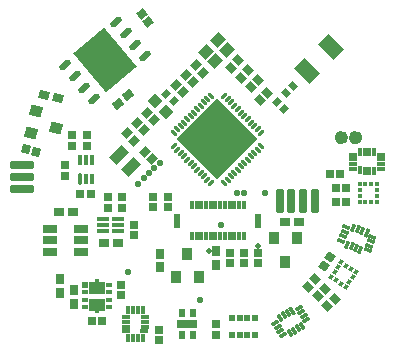
<source format=gts>
G04*
G04 #@! TF.GenerationSoftware,Altium Limited,Altium Designer,20.1.7 (139)*
G04*
G04 Layer_Color=8388736*
%FSLAX44Y44*%
%MOMM*%
G71*
G04*
G04 #@! TF.SameCoordinates,99CDB543-8891-4245-8F14-29871282C811*
G04*
G04*
G04 #@! TF.FilePolarity,Negative*
G04*
G01*
G75*
%ADD68C,0.6096*%
%ADD69R,0.7400X0.7000*%
%ADD70R,0.7000X0.8000*%
%ADD71R,0.8000X0.7000*%
G04:AMPARAMS|DCode=72|XSize=4.3mm|YSize=3.4mm|CornerRadius=0mm|HoleSize=0mm|Usage=FLASHONLY|Rotation=130.000|XOffset=0mm|YOffset=0mm|HoleType=Round|Shape=Rectangle|*
%AMROTATEDRECTD72*
4,1,4,2.6843,-0.5543,0.0797,-2.7397,-2.6843,0.5543,-0.0797,2.7397,2.6843,-0.5543,0.0*
%
%ADD72ROTATEDRECTD72*%

G04:AMPARAMS|DCode=73|XSize=0.55mm|YSize=1.15mm|CornerRadius=0mm|HoleSize=0mm|Usage=FLASHONLY|Rotation=130.000|XOffset=0mm|YOffset=0mm|HoleType=Round|Shape=Round|*
%AMOVALD73*
21,1,0.6000,0.5500,0.0000,0.0000,220.0*
1,1,0.5500,0.2298,0.1928*
1,1,0.5500,-0.2298,-0.1928*
%
%ADD73OVALD73*%

%ADD74R,0.4000X0.9500*%
G04:AMPARAMS|DCode=75|XSize=0.95mm|YSize=0.4mm|CornerRadius=0mm|HoleSize=0mm|Usage=FLASHONLY|Rotation=90.000|XOffset=0mm|YOffset=0mm|HoleType=Round|Shape=Octagon|*
%AMOCTAGOND75*
4,1,8,0.1000,0.4750,-0.1000,0.4750,-0.2000,0.3750,-0.2000,-0.3750,-0.1000,-0.4750,0.1000,-0.4750,0.2000,-0.3750,0.2000,0.3750,0.1000,0.4750,0.0*
%
%ADD75OCTAGOND75*%

G04:AMPARAMS|DCode=76|XSize=0.6mm|YSize=2.1mm|CornerRadius=0mm|HoleSize=0mm|Usage=FLASHONLY|Rotation=270.000|XOffset=0mm|YOffset=0mm|HoleType=Round|Shape=Octagon|*
%AMOCTAGOND76*
4,1,8,1.0500,0.1500,1.0500,-0.1500,0.9000,-0.3000,-0.9000,-0.3000,-1.0500,-0.1500,-1.0500,0.1500,-0.9000,0.3000,0.9000,0.3000,1.0500,0.1500,0.0*
%
%ADD76OCTAGOND76*%

G04:AMPARAMS|DCode=77|XSize=0.6mm|YSize=2.1mm|CornerRadius=0mm|HoleSize=0mm|Usage=FLASHONLY|Rotation=0.000|XOffset=0mm|YOffset=0mm|HoleType=Round|Shape=Octagon|*
%AMOCTAGOND77*
4,1,8,-0.1500,1.0500,0.1500,1.0500,0.3000,0.9000,0.3000,-0.9000,0.1500,-1.0500,-0.1500,-1.0500,-0.3000,-0.9000,-0.3000,0.9000,-0.1500,1.0500,0.0*
%
%ADD77OCTAGOND77*%

G04:AMPARAMS|DCode=78|XSize=0.3mm|YSize=0.75mm|CornerRadius=0mm|HoleSize=0mm|Usage=FLASHONLY|Rotation=45.000|XOffset=0mm|YOffset=0mm|HoleType=Round|Shape=Round|*
%AMOVALD78*
21,1,0.4500,0.3000,0.0000,0.0000,135.0*
1,1,0.3000,0.1591,-0.1591*
1,1,0.3000,-0.1591,0.1591*
%
%ADD78OVALD78*%

G04:AMPARAMS|DCode=79|XSize=0.74mm|YSize=0.7mm|CornerRadius=0mm|HoleSize=0mm|Usage=FLASHONLY|Rotation=45.000|XOffset=0mm|YOffset=0mm|HoleType=Round|Shape=Rectangle|*
%AMROTATEDRECTD79*
4,1,4,-0.0141,-0.5091,-0.5091,-0.0141,0.0141,0.5091,0.5091,0.0141,-0.0141,-0.5091,0.0*
%
%ADD79ROTATEDRECTD79*%

G04:AMPARAMS|DCode=80|XSize=0.9mm|YSize=1mm|CornerRadius=0mm|HoleSize=0mm|Usage=FLASHONLY|Rotation=315.000|XOffset=0mm|YOffset=0mm|HoleType=Round|Shape=Rectangle|*
%AMROTATEDRECTD80*
4,1,4,-0.6718,-0.0354,0.0354,0.6718,0.6718,0.0354,-0.0354,-0.6718,-0.6718,-0.0354,0.0*
%
%ADD80ROTATEDRECTD80*%

G04:AMPARAMS|DCode=81|XSize=0.74mm|YSize=0.7mm|CornerRadius=0mm|HoleSize=0mm|Usage=FLASHONLY|Rotation=315.000|XOffset=0mm|YOffset=0mm|HoleType=Round|Shape=Rectangle|*
%AMROTATEDRECTD81*
4,1,4,-0.5091,0.0141,-0.0141,0.5091,0.5091,-0.0141,0.0141,-0.5091,-0.5091,0.0141,0.0*
%
%ADD81ROTATEDRECTD81*%

%ADD82P,6.7882X4X90.0*%
G04:AMPARAMS|DCode=83|XSize=0.3mm|YSize=0.75mm|CornerRadius=0mm|HoleSize=0mm|Usage=FLASHONLY|Rotation=135.000|XOffset=0mm|YOffset=0mm|HoleType=Round|Shape=Round|*
%AMOVALD83*
21,1,0.4500,0.3000,0.0000,0.0000,225.0*
1,1,0.3000,0.1591,0.1591*
1,1,0.3000,-0.1591,-0.1591*
%
%ADD83OVALD83*%

G04:AMPARAMS|DCode=84|XSize=0.64mm|YSize=0.58mm|CornerRadius=0mm|HoleSize=0mm|Usage=FLASHONLY|Rotation=135.000|XOffset=0mm|YOffset=0mm|HoleType=Round|Shape=Rectangle|*
%AMROTATEDRECTD84*
4,1,4,0.4313,-0.0212,0.0212,-0.4313,-0.4313,0.0212,-0.0212,0.4313,0.4313,-0.0212,0.0*
%
%ADD84ROTATEDRECTD84*%

G04:AMPARAMS|DCode=85|XSize=0.64mm|YSize=0.58mm|CornerRadius=0mm|HoleSize=0mm|Usage=FLASHONLY|Rotation=45.000|XOffset=0mm|YOffset=0mm|HoleType=Round|Shape=Rectangle|*
%AMROTATEDRECTD85*
4,1,4,-0.0212,-0.4313,-0.4313,-0.0212,0.0212,0.4313,0.4313,0.0212,-0.0212,-0.4313,0.0*
%
%ADD85ROTATEDRECTD85*%

G04:AMPARAMS|DCode=86|XSize=1.9mm|YSize=1.3mm|CornerRadius=0mm|HoleSize=0mm|Usage=FLASHONLY|Rotation=135.000|XOffset=0mm|YOffset=0mm|HoleType=Round|Shape=Rectangle|*
%AMROTATEDRECTD86*
4,1,4,1.1314,-0.2121,0.2121,-1.1314,-1.1314,0.2121,-0.2121,1.1314,1.1314,-0.2121,0.0*
%
%ADD86ROTATEDRECTD86*%

G04:AMPARAMS|DCode=87|XSize=0.9mm|YSize=1mm|CornerRadius=0mm|HoleSize=0mm|Usage=FLASHONLY|Rotation=75.000|XOffset=0mm|YOffset=0mm|HoleType=Round|Shape=Rectangle|*
%AMROTATEDRECTD87*
4,1,4,0.3665,-0.5641,-0.5994,-0.3053,-0.3665,0.5641,0.5994,0.3053,0.3665,-0.5641,0.0*
%
%ADD87ROTATEDRECTD87*%

G04:AMPARAMS|DCode=88|XSize=0.74mm|YSize=0.7mm|CornerRadius=0mm|HoleSize=0mm|Usage=FLASHONLY|Rotation=255.000|XOffset=0mm|YOffset=0mm|HoleType=Round|Shape=Rectangle|*
%AMROTATEDRECTD88*
4,1,4,-0.2423,0.4480,0.4338,0.2668,0.2423,-0.4480,-0.4338,-0.2668,-0.2423,0.4480,0.0*
%
%ADD88ROTATEDRECTD88*%

G04:AMPARAMS|DCode=89|XSize=0.7mm|YSize=0.85mm|CornerRadius=0mm|HoleSize=0mm|Usage=FLASHONLY|Rotation=75.000|XOffset=0mm|YOffset=0mm|HoleType=Round|Shape=Rectangle|*
%AMROTATEDRECTD89*
4,1,4,0.3199,-0.4481,-0.5011,-0.2281,-0.3199,0.4481,0.5011,0.2281,0.3199,-0.4481,0.0*
%
%ADD89ROTATEDRECTD89*%

%ADD90R,0.8500X0.7000*%
%ADD91R,0.7000X0.8500*%
%ADD92R,0.4500X0.3500*%
%ADD93R,1.3500X1.0000*%
%ADD94R,0.5000X0.4500*%
%ADD95R,0.5000X0.5500*%
%ADD96R,0.7000X0.7400*%
%ADD97C,0.3000*%
G04:AMPARAMS|DCode=98|XSize=0.74mm|YSize=0.7mm|CornerRadius=0mm|HoleSize=0mm|Usage=FLASHONLY|Rotation=145.000|XOffset=0mm|YOffset=0mm|HoleType=Round|Shape=Rectangle|*
%AMROTATEDRECTD98*
4,1,4,0.5038,0.0745,0.1023,-0.4989,-0.5038,-0.0745,-0.1023,0.4989,0.5038,0.0745,0.0*
%
%ADD98ROTATEDRECTD98*%

%ADD99R,0.5000X0.7000*%
%ADD100R,1.8000X0.8000*%
G04:AMPARAMS|DCode=101|XSize=0.9mm|YSize=0.85mm|CornerRadius=0mm|HoleSize=0mm|Usage=FLASHONLY|Rotation=45.000|XOffset=0mm|YOffset=0mm|HoleType=Round|Shape=Rectangle|*
%AMROTATEDRECTD101*
4,1,4,-0.0177,-0.6187,-0.6187,-0.0177,0.0177,0.6187,0.6187,0.0177,-0.0177,-0.6187,0.0*
%
%ADD101ROTATEDRECTD101*%

G04:AMPARAMS|DCode=102|XSize=0.85mm|YSize=1.5mm|CornerRadius=0mm|HoleSize=0mm|Usage=FLASHONLY|Rotation=315.000|XOffset=0mm|YOffset=0mm|HoleType=Round|Shape=Rectangle|*
%AMROTATEDRECTD102*
4,1,4,-0.8309,-0.2298,0.2298,0.8309,0.8309,0.2298,-0.2298,-0.8309,-0.8309,-0.2298,0.0*
%
%ADD102ROTATEDRECTD102*%

G04:AMPARAMS|DCode=103|XSize=0.7mm|YSize=0.85mm|CornerRadius=0mm|HoleSize=0mm|Usage=FLASHONLY|Rotation=130.000|XOffset=0mm|YOffset=0mm|HoleType=Round|Shape=Rectangle|*
%AMROTATEDRECTD103*
4,1,4,0.5505,0.0051,-0.1006,-0.5413,-0.5505,-0.0051,0.1006,0.5413,0.5505,0.0051,0.0*
%
%ADD103ROTATEDRECTD103*%

G04:AMPARAMS|DCode=104|XSize=0.74mm|YSize=0.7mm|CornerRadius=0mm|HoleSize=0mm|Usage=FLASHONLY|Rotation=220.000|XOffset=0mm|YOffset=0mm|HoleType=Round|Shape=Rectangle|*
%AMROTATEDRECTD104*
4,1,4,0.0585,0.5060,0.5084,-0.0303,-0.0585,-0.5060,-0.5084,0.0303,0.0585,0.5060,0.0*
%
%ADD104ROTATEDRECTD104*%

%ADD105R,0.9000X1.0000*%
%ADD106R,0.3200X0.7500*%
%ADD107R,0.3200X0.6500*%
%ADD108R,0.6500X0.3200*%
G04:AMPARAMS|DCode=109|XSize=0.75mm|YSize=0.32mm|CornerRadius=0mm|HoleSize=0mm|Usage=FLASHONLY|Rotation=250.000|XOffset=0mm|YOffset=0mm|HoleType=Round|Shape=Rectangle|*
%AMROTATEDRECTD109*
4,1,4,-0.0221,0.4071,0.2786,0.2977,0.0221,-0.4071,-0.2786,-0.2977,-0.0221,0.4071,0.0*
%
%ADD109ROTATEDRECTD109*%

G04:AMPARAMS|DCode=110|XSize=0.65mm|YSize=0.32mm|CornerRadius=0mm|HoleSize=0mm|Usage=FLASHONLY|Rotation=250.000|XOffset=0mm|YOffset=0mm|HoleType=Round|Shape=Rectangle|*
%AMROTATEDRECTD110*
4,1,4,-0.0392,0.3601,0.2615,0.2507,0.0392,-0.3601,-0.2615,-0.2507,-0.0392,0.3601,0.0*
%
%ADD110ROTATEDRECTD110*%

G04:AMPARAMS|DCode=111|XSize=0.65mm|YSize=0.32mm|CornerRadius=0mm|HoleSize=0mm|Usage=FLASHONLY|Rotation=340.000|XOffset=0mm|YOffset=0mm|HoleType=Round|Shape=Rectangle|*
%AMROTATEDRECTD111*
4,1,4,-0.3601,-0.0392,-0.2507,0.2615,0.3601,0.0392,0.2507,-0.2615,-0.3601,-0.0392,0.0*
%
%ADD111ROTATEDRECTD111*%

G04:AMPARAMS|DCode=112|XSize=0.375mm|YSize=0.35mm|CornerRadius=0mm|HoleSize=0mm|Usage=FLASHONLY|Rotation=55.000|XOffset=0mm|YOffset=0mm|HoleType=Round|Shape=Rectangle|*
%AMROTATEDRECTD112*
4,1,4,0.0358,-0.2540,-0.2509,-0.0532,-0.0358,0.2540,0.2509,0.0532,0.0358,-0.2540,0.0*
%
%ADD112ROTATEDRECTD112*%

%ADD113R,0.4800X1.2000*%
%ADD114R,0.3300X0.7300*%
%ADD115R,0.7500X0.3200*%
G04:AMPARAMS|DCode=116|XSize=0.75mm|YSize=0.32mm|CornerRadius=0mm|HoleSize=0mm|Usage=FLASHONLY|Rotation=302.000|XOffset=0mm|YOffset=0mm|HoleType=Round|Shape=Rectangle|*
%AMROTATEDRECTD116*
4,1,4,-0.3344,0.2332,-0.0630,0.4028,0.3344,-0.2332,0.0630,-0.4028,-0.3344,0.2332,0.0*
%
%ADD116ROTATEDRECTD116*%

G04:AMPARAMS|DCode=117|XSize=0.65mm|YSize=0.32mm|CornerRadius=0mm|HoleSize=0mm|Usage=FLASHONLY|Rotation=302.000|XOffset=0mm|YOffset=0mm|HoleType=Round|Shape=Rectangle|*
%AMROTATEDRECTD117*
4,1,4,-0.3079,0.1908,-0.0365,0.3604,0.3079,-0.1908,0.0365,-0.3604,-0.3079,0.1908,0.0*
%
%ADD117ROTATEDRECTD117*%

G04:AMPARAMS|DCode=118|XSize=0.65mm|YSize=0.32mm|CornerRadius=0mm|HoleSize=0mm|Usage=FLASHONLY|Rotation=32.000|XOffset=0mm|YOffset=0mm|HoleType=Round|Shape=Rectangle|*
%AMROTATEDRECTD118*
4,1,4,-0.1908,-0.3079,-0.3604,-0.0365,0.1908,0.3079,0.3604,0.0365,-0.1908,-0.3079,0.0*
%
%ADD118ROTATEDRECTD118*%

%ADD119R,0.5000X0.6000*%
%ADD120R,0.3750X0.3500*%
%ADD121R,1.0500X0.4000*%
%ADD122R,1.2500X0.7000*%
%ADD123C,0.5500*%
%ADD124C,0.5000*%
%ADD125C,0.6000*%
%ADD126C,0.7600*%
D68*
X121044Y32101D02*
G03*
X121044Y32101I-2794J0D01*
G01*
X133044D02*
G03*
X133044Y32101I-2794J0D01*
G01*
D69*
X-28750Y-26650D02*
D03*
Y-17850D02*
D03*
X-40750Y-17850D02*
D03*
Y-26650D02*
D03*
X-68500Y-92750D02*
D03*
Y-101550D02*
D03*
X-36250Y-139650D02*
D03*
Y-130850D02*
D03*
X35750Y-65250D02*
D03*
Y-74050D02*
D03*
X24000Y-65250D02*
D03*
Y-74050D02*
D03*
X47500Y-65250D02*
D03*
Y-74050D02*
D03*
X12000Y-134750D02*
D03*
X12000Y-125950D02*
D03*
X-57250Y-50650D02*
D03*
Y-41850D02*
D03*
D70*
X-79000Y-27500D02*
D03*
Y-18500D02*
D03*
X-67000Y-18250D02*
D03*
Y-27250D02*
D03*
X-109500Y25000D02*
D03*
Y34000D02*
D03*
X-115500Y-250D02*
D03*
Y8750D02*
D03*
X-97000Y25000D02*
D03*
Y34000D02*
D03*
D71*
X-103000Y-16000D02*
D03*
X-94000D02*
D03*
D72*
X-81750Y97500D02*
D03*
D73*
X-47902Y101033D02*
D03*
X-56066Y110762D02*
D03*
X-64229Y120491D02*
D03*
X-72393Y130220D02*
D03*
X-91107Y64780D02*
D03*
X-99271Y74509D02*
D03*
X-107434Y84238D02*
D03*
X-115598Y93967D02*
D03*
D74*
X-103000Y13250D02*
D03*
X-98000D02*
D03*
X-93000D02*
D03*
Y-2750D02*
D03*
X-98000D02*
D03*
D75*
X-103000D02*
D03*
D76*
X-152000Y8500D02*
D03*
X-152250Y-1500D02*
D03*
X-151750Y-11500D02*
D03*
D77*
X86000Y-22000D02*
D03*
X96000D02*
D03*
X76000D02*
D03*
X66000D02*
D03*
D78*
X-9358Y50500D02*
D03*
X-23500Y36358D02*
D03*
X-20672Y39186D02*
D03*
X-17844Y42015D02*
D03*
X-15015Y44843D02*
D03*
X-12187Y47672D02*
D03*
X-6530Y53328D02*
D03*
X-3702Y56157D02*
D03*
X-873Y58985D02*
D03*
X1955Y61814D02*
D03*
X4784Y64642D02*
D03*
X7612Y67471D02*
D03*
X50392Y24691D02*
D03*
X47564Y21862D02*
D03*
X44735Y19034D02*
D03*
X41907Y16205D02*
D03*
X39078Y13377D02*
D03*
X36250Y10548D02*
D03*
X33422Y7720D02*
D03*
X30593Y4892D02*
D03*
X27765Y2063D02*
D03*
X24936Y-765D02*
D03*
X22108Y-3594D02*
D03*
X19279Y-6422D02*
D03*
D79*
X-15389Y70639D02*
D03*
X-21611Y76861D02*
D03*
X1111Y87139D02*
D03*
X-5111Y93361D02*
D03*
X-7250Y79000D02*
D03*
X-13472Y85223D02*
D03*
X-40139Y46639D02*
D03*
X-46361Y52861D02*
D03*
X-48639Y38389D02*
D03*
X-54861Y44611D02*
D03*
X-42028Y14028D02*
D03*
X-48250Y20250D02*
D03*
X-63472Y35723D02*
D03*
X-57250Y29500D02*
D03*
D80*
X11500Y96750D02*
D03*
X3722Y104528D02*
D03*
X21400Y106650D02*
D03*
X13621Y114428D02*
D03*
D81*
X25000Y91250D02*
D03*
X31223Y97473D02*
D03*
X33389Y82889D02*
D03*
X39611Y89111D02*
D03*
X41778Y74528D02*
D03*
X48000Y80750D02*
D03*
X55611Y70111D02*
D03*
X49389Y63889D02*
D03*
X89889Y-94111D02*
D03*
X96111Y-87889D02*
D03*
X98304Y-102305D02*
D03*
X104526Y-96082D02*
D03*
X106554Y-110805D02*
D03*
X112776Y-104582D02*
D03*
D82*
X13446Y30524D02*
D03*
D83*
X19279Y67471D02*
D03*
X22108Y64642D02*
D03*
X24936Y61814D02*
D03*
X27765Y58985D02*
D03*
X30593Y56157D02*
D03*
X33421Y53328D02*
D03*
X36250Y50500D02*
D03*
X39078Y47672D02*
D03*
X41907Y44843D02*
D03*
X44735Y42015D02*
D03*
X47564Y39186D02*
D03*
X50392Y36358D02*
D03*
X7612Y-6422D02*
D03*
X4784Y-3594D02*
D03*
X1955Y-765D02*
D03*
X-873Y2063D02*
D03*
X-3701Y4892D02*
D03*
X-6530Y7720D02*
D03*
X-9358Y10548D02*
D03*
X-12187Y13377D02*
D03*
X-15015Y16205D02*
D03*
X-17844Y19034D02*
D03*
X-20672Y21862D02*
D03*
X-23500Y24691D02*
D03*
D84*
X71108Y69968D02*
D03*
X77331Y76190D02*
D03*
D85*
X63500Y62500D02*
D03*
X69722Y56277D02*
D03*
X-29861Y69361D02*
D03*
X-23639Y63139D02*
D03*
D86*
X109864Y108724D02*
D03*
X89358Y88218D02*
D03*
D87*
X-139951Y54264D02*
D03*
X-144868Y35912D02*
D03*
X-123091Y39912D02*
D03*
D88*
X-140250Y19861D02*
D03*
X-148750Y22139D02*
D03*
D89*
X-121946Y65512D02*
D03*
X-133054Y68488D02*
D03*
D90*
X-120500Y-30500D02*
D03*
X-109000D02*
D03*
X-70750Y-57250D02*
D03*
X-82250D02*
D03*
X82500Y-39500D02*
D03*
X71000D02*
D03*
D91*
X-120250Y-88000D02*
D03*
Y-99500D02*
D03*
X-108250Y-108500D02*
D03*
Y-97000D02*
D03*
X-35500Y-77750D02*
D03*
Y-66250D02*
D03*
X12250Y-75500D02*
D03*
Y-64000D02*
D03*
D92*
X-88750Y-115020D02*
D03*
Y-89480D02*
D03*
D93*
Y-109250D02*
D03*
Y-95250D02*
D03*
D94*
X-78500Y-92750D02*
D03*
Y-98750D02*
D03*
Y-105250D02*
D03*
Y-111750D02*
D03*
X-99000D02*
D03*
Y-105250D02*
D03*
Y-98750D02*
D03*
D95*
Y-92750D02*
D03*
D96*
X-84350Y-123000D02*
D03*
X-93150D02*
D03*
X113550Y-10500D02*
D03*
X122350D02*
D03*
X113700Y-22250D02*
D03*
X122500D02*
D03*
X108450Y1500D02*
D03*
X117250D02*
D03*
D97*
X118250Y28952D02*
D03*
Y35200D02*
D03*
X130250Y28952D02*
D03*
Y35200D02*
D03*
D98*
X103476Y-76354D02*
D03*
X108524Y-69146D02*
D03*
D99*
X-17000Y-135250D02*
D03*
X-7500D02*
D03*
Y-116250D02*
D03*
X-17000D02*
D03*
D100*
X-12250Y-125750D02*
D03*
D101*
X-39773Y63023D02*
D03*
X-30227Y53477D02*
D03*
D102*
X-59985Y7512D02*
D03*
X-70238Y17765D02*
D03*
D103*
X-62345Y68196D02*
D03*
X-71155Y60804D02*
D03*
D104*
X-45172Y129879D02*
D03*
X-50828Y136621D02*
D03*
D105*
X71000Y-73000D02*
D03*
X61500Y-53000D02*
D03*
X80500D02*
D03*
X-12000Y-66250D02*
D03*
X-2500Y-86250D02*
D03*
X-21500D02*
D03*
D106*
X134000Y4500D02*
D03*
D107*
X138000Y4000D02*
D03*
X142000D02*
D03*
X146000D02*
D03*
Y19500D02*
D03*
X142000D02*
D03*
X138000D02*
D03*
X134000D02*
D03*
X-50000Y-114250D02*
D03*
X-54000D02*
D03*
X-58000D02*
D03*
X-62000D02*
D03*
Y-137750D02*
D03*
X-58000D02*
D03*
X-54000D02*
D03*
X-50000D02*
D03*
D108*
X151750Y5750D02*
D03*
Y9750D02*
D03*
Y13750D02*
D03*
Y17750D02*
D03*
X128250D02*
D03*
Y13750D02*
D03*
Y9750D02*
D03*
Y5750D02*
D03*
X-48250Y-128000D02*
D03*
Y-124000D02*
D03*
Y-120000D02*
D03*
X-63750D02*
D03*
Y-124000D02*
D03*
Y-128000D02*
D03*
Y-132000D02*
D03*
D109*
X139618Y-48739D02*
D03*
D110*
X136030Y-46901D02*
D03*
X132271Y-45533D02*
D03*
X128512Y-44165D02*
D03*
X123211Y-58731D02*
D03*
X126970Y-60099D02*
D03*
X130729Y-61467D02*
D03*
X134487Y-62835D02*
D03*
D111*
X122511Y-43843D02*
D03*
X121143Y-47602D02*
D03*
X119775Y-51361D02*
D03*
X118406Y-55119D02*
D03*
X140489Y-63157D02*
D03*
X141857Y-59398D02*
D03*
X143225Y-55639D02*
D03*
X144593Y-51881D02*
D03*
D112*
X127831Y-86176D02*
D03*
X124964Y-90272D02*
D03*
X122096Y-94368D02*
D03*
X118000Y-91500D02*
D03*
X113904Y-88632D02*
D03*
X109808Y-85764D02*
D03*
X112676Y-81668D02*
D03*
X115544Y-77573D02*
D03*
X118412Y-73477D02*
D03*
X122508Y-76345D02*
D03*
X126604Y-79213D02*
D03*
X130699Y-82081D02*
D03*
D113*
X-20650Y-38250D02*
D03*
X48150D02*
D03*
D114*
X-4250Y-51500D02*
D03*
X-250D02*
D03*
X3750D02*
D03*
X7750D02*
D03*
X11750D02*
D03*
X15750D02*
D03*
X19750D02*
D03*
X23750D02*
D03*
X27750D02*
D03*
X31750D02*
D03*
Y-25000D02*
D03*
X27750D02*
D03*
X23750D02*
D03*
X19750D02*
D03*
X15750D02*
D03*
X11750D02*
D03*
X7750D02*
D03*
X3750D02*
D03*
X-250D02*
D03*
X-4250D02*
D03*
X35750D02*
D03*
Y-51500D02*
D03*
X-8250Y-25000D02*
D03*
Y-51500D02*
D03*
D115*
X-48750Y-132000D02*
D03*
D116*
X76746Y-114422D02*
D03*
D117*
X73089Y-116118D02*
D03*
X69697Y-118237D02*
D03*
X66305Y-120357D02*
D03*
X74519Y-133502D02*
D03*
X77911Y-131382D02*
D03*
X81303Y-129263D02*
D03*
X84695Y-127143D02*
D03*
D118*
X62356Y-124888D02*
D03*
X64476Y-128280D02*
D03*
X66595Y-131673D02*
D03*
X68715Y-135065D02*
D03*
X88644Y-122612D02*
D03*
X86524Y-119220D02*
D03*
X84405Y-115827D02*
D03*
X82285Y-112435D02*
D03*
D119*
X25750Y-120250D02*
D03*
X32250Y-120250D02*
D03*
X38750D02*
D03*
X45250Y-120250D02*
D03*
Y-135250D02*
D03*
X38750Y-135250D02*
D03*
X32250D02*
D03*
X25750Y-135250D02*
D03*
D120*
X143750Y-22250D02*
D03*
X138750D02*
D03*
X133750D02*
D03*
Y-17250D02*
D03*
Y-12250D02*
D03*
Y-7250D02*
D03*
X138750D02*
D03*
X143750D02*
D03*
X148750D02*
D03*
Y-12250D02*
D03*
Y-17250D02*
D03*
Y-22250D02*
D03*
D121*
X-70500Y-36950D02*
D03*
Y-41950D02*
D03*
Y-46950D02*
D03*
X-83500D02*
D03*
Y-41950D02*
D03*
Y-36950D02*
D03*
D122*
X-128250Y-45500D02*
D03*
Y-55000D02*
D03*
Y-64500D02*
D03*
X-102250D02*
D03*
Y-55000D02*
D03*
Y-45500D02*
D03*
D123*
X-1500Y-105000D02*
D03*
X-35250Y11000D02*
D03*
X29750Y-15000D02*
D03*
X35750D02*
D03*
X53500D02*
D03*
X-53500Y-7000D02*
D03*
X-49000Y-2500D02*
D03*
X-44500Y2000D02*
D03*
X-40000Y6500D02*
D03*
X16000Y-41500D02*
D03*
X-62500Y-82000D02*
D03*
D124*
X47606Y-60084D02*
D03*
X6500Y-64000D02*
D03*
D125*
X-64448Y92437D02*
D03*
X-72108Y86009D02*
D03*
X-79769Y79581D02*
D03*
X-70876Y100098D02*
D03*
X-78536Y93670D02*
D03*
X-86196Y87242D02*
D03*
X-77304Y107758D02*
D03*
X-84964Y101330D02*
D03*
X-92624Y94902D02*
D03*
X-83731Y115419D02*
D03*
X-91392Y108991D02*
D03*
X-99052Y102563D02*
D03*
D126*
X38902Y30524D02*
D03*
X30416Y22039D02*
D03*
X21931Y13554D02*
D03*
X13446Y5068D02*
D03*
X30416Y39009D02*
D03*
X21931Y30524D02*
D03*
X13446Y22039D02*
D03*
X4961Y13554D02*
D03*
X21931Y47495D02*
D03*
X13446Y39009D02*
D03*
X4961Y30524D02*
D03*
X-3525Y22039D02*
D03*
X13446Y55980D02*
D03*
X4961Y47495D02*
D03*
X-3525Y39009D02*
D03*
X-12010Y30524D02*
D03*
M02*

</source>
